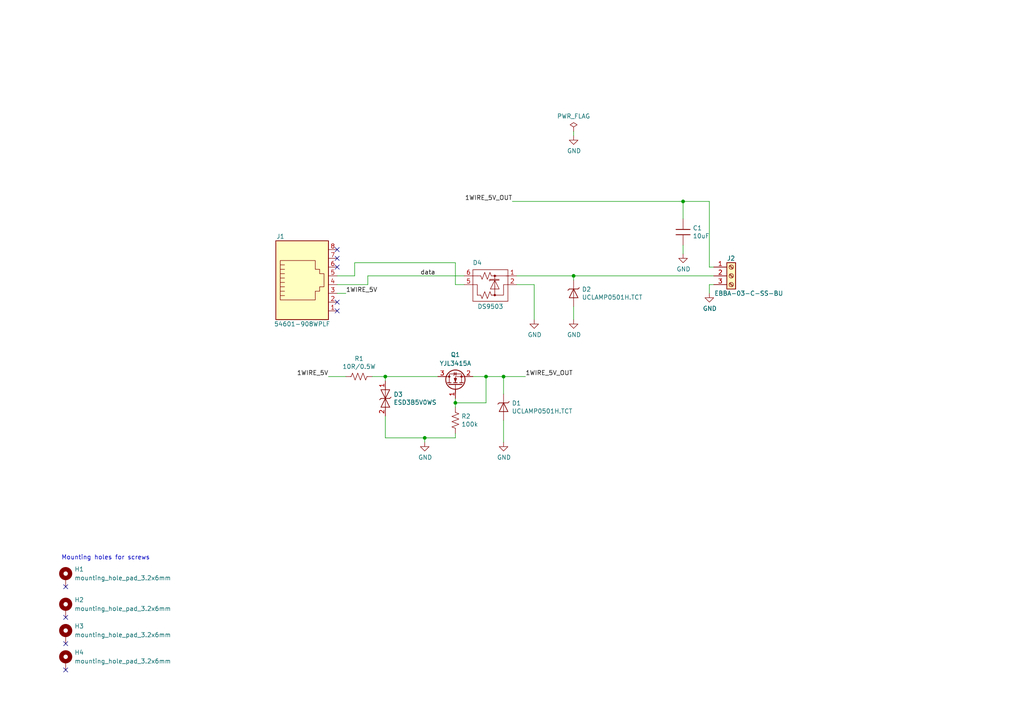
<source format=kicad_sch>
(kicad_sch (version 20230121) (generator eeschema)
  (paper "A4")
  (title_block (title "Connection connector 1-Wire bus") (date "2023-05-26") (rev "v1.0") (company "Roman Labovsky (roman-labovsky.cz)"))
  (lib_symbols
    (symbol "capacitor_smd_rl:c_1206" (pin_numbers hide) (pin_names (offset 1.016) hide)
      (property "Reference" "C" (at 0 3.81 0))
      (property "Value" "c_1206" (at 0 -3.81 0))
      (symbol "c_1206_1_1"
        (polyline (pts (xy -0.762 -2.032) (xy -0.762 2.032)) (stroke (width 0.254)))
        (polyline (pts (xy 0.762 -2.032) (xy 0.762 2.032)) (stroke (width 0.254)))
        (pin passive line (at -3.81 0 0) (length 2.8956) (name "~") (number "1"))
        (pin passive line (at 3.81 0 180) (length 2.8956) (name "~") (number "2"))
      )
    )
    (symbol "connector_rj45_tht_rl:54601-908WPLF" (pin_names (offset 1.016))
      (property "Reference" "J" (at -6.35 12.7 0))
      (property "Value" "54601-908WPLF" (at -5.08 -12.7 0))
      (symbol "54601-908WPLF_1_1"
        (polyline (pts (xy -5.08 3.175) (xy -6.35 3.175)))
        (polyline (pts (xy -5.08 4.445) (xy -6.35 4.445)))
        (polyline (pts (xy -6.35 -4.445) (xy -5.08 -4.445) (xy -5.08 -4.445)))
        (polyline (pts (xy -6.35 -3.175) (xy -5.08 -3.175) (xy -5.08 -3.175)))
        (polyline (pts (xy -6.35 -1.905) (xy -5.08 -1.905) (xy -5.08 -1.905)))
        (polyline (pts (xy -6.35 -0.635) (xy -5.08 -0.635) (xy -5.08 -0.635)))
        (polyline (pts (xy -6.35 0.635) (xy -5.08 0.635) (xy -5.08 0.635)))
        (polyline (pts (xy -5.08 1.905) (xy -6.35 1.905) (xy -6.35 1.905)))
        (polyline (pts (xy -6.35 -5.715) (xy -6.35 5.715) (xy 3.81 5.715) (xy 3.81 3.175) (xy 5.08 3.175) (xy 5.08 1.905) (xy 6.35 1.905) (xy 6.35 -1.905) (xy 5.08 -1.905) (xy 5.08 -3.175) (xy 3.81 -3.175) (xy 3.81 -5.715) (xy -6.35 -5.715) (xy -6.35 -5.715)))
        (rectangle (start 7.62 11.43) (end -7.62 -11.43) (stroke (width 0.254)) (fill (type background)))
        (pin passive line (at 10.16 -8.89 180) (length 2.54) (name "~") (number "1"))
        (pin passive line (at 10.16 -6.35 180) (length 2.54) (name "~") (number "2"))
        (pin passive line (at 10.16 -3.81 180) (length 2.54) (name "~") (number "3"))
        (pin passive line (at 10.16 -1.27 180) (length 2.54) (name "~") (number "4"))
        (pin passive line (at 10.16 1.27 180) (length 2.54) (name "~") (number "5"))
        (pin passive line (at 10.16 3.81 180) (length 2.54) (name "~") (number "6"))
        (pin passive line (at 10.16 6.35 180) (length 2.54) (name "~") (number "7"))
        (pin passive line (at 10.16 8.89 180) (length 2.54) (name "~") (number "8"))
      )
    )
    (symbol "mounting_hole_pad_rl:mounting_hole_pad_3.2x6mm" (pin_numbers hide) (pin_names (offset 1.016) hide) (in_bom no)
      (property "Reference" "H" (at 0 2.54 0))
      (property "Value" "mounting_hole_pad_3.2x6mm" (at 16.51 0 0))
      (symbol "mounting_hole_pad_3.2x6mm_1_1"
        (circle (center 0 0) (radius 1.27) (stroke (width 1.27)))
        (pin input line (at 0 -3.81 90) (length 2.54) (name "1") (number "1"))
      )
    )
    (symbol "power:GND" (power) (pin_names (offset 0))
      (property "Value" "GND" (at 0 -3.81 0))
      (symbol "GND_0_1"
        (polyline (pts (xy 0 0) (xy 0 -1.27) (xy 1.27 -1.27) (xy 0 -2.54) (xy -1.27 -1.27) (xy 0 -1.27)))
      )
      (symbol "GND_1_1"
        (pin power_in line (at 0 0 270) (length 0) hide (name "GND") (number "1"))
      )
    )
    (symbol "power:PWR_FLAG" (power) (pin_numbers hide) (pin_names (offset 0) hide)
      (property "Value" "PWR_FLAG" (at 0 3.81 0))
      (symbol "PWR_FLAG_0_0"
        (pin power_out line (at 0 0 90) (length 0) (name "pwr") (number "1"))
      )
      (symbol "PWR_FLAG_0_1"
        (polyline (pts (xy 0 0) (xy 0 1.27) (xy -1.016 1.905) (xy 0 2.54) (xy 1.016 1.905) (xy 0 1.27)))
      )
    )
    (symbol "resistor_smd_rl:r_1206_us" (pin_numbers hide) (pin_names hide)
      (property "Reference" "R" (at 0 2.032 0))
      (property "Value" "resistor_us" (at 0 -2.54 0))
      (symbol "r_1206_us_1_1"
        (polyline (pts (xy -2.286 0) (xy -2.54 0)))
        (polyline (pts (xy 2.286 0) (xy 2.54 0)))
        (polyline (pts (xy -2.286 0) (xy -1.905 1.016) (xy -1.524 0) (xy -1.143 -1.016) (xy -0.762 0)))
        (polyline (pts (xy -0.762 0) (xy -0.381 1.016) (xy 0 0) (xy 0.381 -1.016) (xy 0.762 0)))
        (polyline (pts (xy 0.762 0) (xy 1.143 1.016) (xy 1.524 0) (xy 1.905 -1.016) (xy 2.286 0)))
        (pin passive line (at -3.81 0 0) (length 1.27) (name "~") (number "1"))
        (pin passive line (at 3.81 0 180) (length 1.27) (name "~") (number "2"))
      )
    )
    (symbol "terminal_block_tht_rl:EBBA-03-C-SS-BU" (pin_names (offset 1.016) hide)
      (property "Reference" "J" (at 0 5.08 0))
      (property "Value" "EBBA-03-C-SS-BU" (at 0 -5.08 0))
      (symbol "EBBA-03-C-SS-BU_1_1"
        (rectangle (start -1.27 3.81) (end 1.27 -3.81) (stroke (width 0.254)) (fill (type background)))
        (circle (center 0 -2.54) (radius 0.635) (stroke (width 0.1524)))
        (polyline (pts (xy -0.5334 -2.2098) (xy 0.3302 -3.048)) (stroke (width 0.1524)))
        (polyline (pts (xy -0.5334 0.3302) (xy 0.3302 -0.508)) (stroke (width 0.1524)))
        (polyline (pts (xy -0.5334 2.8702) (xy 0.3302 2.032)) (stroke (width 0.1524)))
        (polyline (pts (xy -0.3556 -2.032) (xy 0.508 -2.8702)) (stroke (width 0.1524)))
        (polyline (pts (xy -0.3556 0.508) (xy 0.508 -0.3302)) (stroke (width 0.1524)))
        (polyline (pts (xy -0.3556 3.048) (xy 0.508 2.2098)) (stroke (width 0.1524)))
        (circle (center 0 0) (radius 0.635) (stroke (width 0.1524)))
        (circle (center 0 2.54) (radius 0.635) (stroke (width 0.1524)))
        (pin passive line (at -5.08 2.54 0) (length 3.81) (name "Pin_1") (number "1"))
        (pin passive line (at -5.08 0 0) (length 3.81) (name "Pin_2") (number "2"))
        (pin passive line (at -5.08 -2.54 0) (length 3.81) (name "Pin_3") (number "3"))
      )
    )
    (symbol "transil_diode_smd_rl:DS9503_us" (pin_names (offset 1.016) hide)
      (property "Reference" "D" (at -4.572 5.334 0))
      (property "Value" "DS9503_us" (at -0.254 -6.35 0))
      (symbol "DS9503_us_0_0"
        (pin no_connect line (at -7.62 -2.54 0) (length 2.54) hide (name "~") (number "3"))
        (pin no_connect line (at 7.62 -2.54 180) (length 2.54) hide (name "~") (number "4"))
        (pin passive line (at 7.62 0 180) (length 2.54) (name "A") (number "5"))
        (pin passive line (at 7.62 2.54 180) (length 2.54) (name "K") (number "6"))
      )
      (symbol "DS9503_us_0_1"
        (circle (center -1.27 -3.048) (radius 0.254) (fill (type outline)))
        (circle (center -1.27 2.54) (radius 0.254) (fill (type outline)))
        (polyline (pts (xy -5.334 2.54) (xy -4.572 2.54)))
        (polyline (pts (xy -5.08 -4.826) (xy -5.08 4.318)))
        (polyline (pts (xy -2.54 1.524) (xy 0 1.524)))
        (polyline (pts (xy -1.27 2.54) (xy -4.826 2.54)))
        (polyline (pts (xy -1.27 2.54) (xy -1.27 1.524)))
        (polyline (pts (xy -1.27 2.54) (xy -1.27 2.54)) (stroke (width 0.2032)))
        (polyline (pts (xy -1.27 2.54) (xy -1.27 2.54)) (stroke (width 0.2032)))
        (polyline (pts (xy -0.508 -3.048) (xy -0.254 -3.048)))
        (polyline (pts (xy -0.254 2.54) (xy -1.778 2.54)))
        (polyline (pts (xy 0 1.27) (xy 0.254 1.016)))
        (polyline (pts (xy 2.794 -3.048) (xy 3.81 -3.048)))
        (polyline (pts (xy 2.794 2.54) (xy 3.81 2.54)))
        (polyline (pts (xy 3.81 2.54) (xy 5.08 2.54)))
        (polyline (pts (xy 5.08 -4.826) (xy -5.08 -4.826)))
        (polyline (pts (xy 5.08 -4.826) (xy 5.08 4.318)))
        (polyline (pts (xy 0 1.524) (xy 0.127 1.524) (xy 0.381 1.27)))
        (polyline (pts (xy 3.81 -3.048) (xy 3.81 0) (xy 5.08 0)))
        (polyline (pts (xy -1.27 -0.508) (xy -1.27 -3.048) (xy -1.016 -3.048) (xy -0.508 -3.048)))
        (polyline (pts (xy -1.27 -3.048) (xy -2.032 -3.048) (xy -3.81 -3.048) (xy -3.81 0) (xy -5.08 0)))
        (rectangle (start 5.08 4.318) (end -5.08 4.318))
      )
      (symbol "DS9503_us_1_1"
        (polyline (pts (xy -1.27 -1.27) (xy -1.27 1.27)))
        (polyline (pts (xy 0 1.27) (xy -2.54 1.27)))
        (polyline (pts (xy 0 -1.27) (xy -2.54 -1.27) (xy -1.27 1.27) (xy 0 -1.27)))
        (polyline (pts (xy -0.254 -3.048) (xy 0.127 -2.032) (xy 0.508 -3.048) (xy 0.889 -4.064) (xy 1.27 -3.048)))
        (polyline (pts (xy -0.254 2.54) (xy 0.127 3.556) (xy 0.508 2.54) (xy 0.889 1.524) (xy 1.27 2.54)))
        (polyline (pts (xy 1.27 -3.048) (xy 1.651 -2.032) (xy 2.032 -3.048) (xy 2.413 -4.064) (xy 2.794 -3.048)))
        (polyline (pts (xy 1.27 2.54) (xy 1.651 3.556) (xy 2.032 2.54) (xy 2.413 1.524) (xy 2.794 2.54)))
        (pin passive line (at -7.62 2.54 0) (length 2.54) (name "K") (number "1"))
        (pin passive line (at -7.62 0 0) (length 2.54) (name "A") (number "2"))
      )
    )
    (symbol "transil_diode_smd_rl:ESD3B5V0WS" (pin_names (offset 1.016) hide)
      (property "Reference" "D" (at -2.54 3.81 0))
      (property "Value" "ESD3B5V0WS" (at -7.62 0 0))
      (symbol "ESD3B5V0WS_1_1"
        (polyline (pts (xy -1.27 1.27) (xy -1.651 0.889)) (stroke (width 0.2032)))
        (polyline (pts (xy 0 -1.27) (xy 0 1.27)))
        (polyline (pts (xy 0 3.81) (xy 0 1.27)))
        (polyline (pts (xy 1.27 1.27) (xy -1.27 1.27)) (stroke (width 0.2032)))
        (polyline (pts (xy 1.27 1.27) (xy 1.651 1.651)) (stroke (width 0.2032)))
        (polyline (pts (xy -1.27 3.81) (xy 1.27 3.81) (xy 0 1.27) (xy -1.27 3.81)) (stroke (width 0.2032)))
        (polyline (pts (xy 1.27 -1.27) (xy -1.27 -1.27) (xy 0 1.27) (xy 1.27 -1.27)) (stroke (width 0.2032)))
        (pin passive line (at 0 6.35 270) (length 2.54) (name "A1") (number "1"))
        (pin passive line (at 0 -3.81 90) (length 2.54) (name "A2") (number "2"))
      )
    )
    (symbol "transil_diode_smd_rl:UCLAMP0501H.TCT" (pin_numbers hide) (pin_names (offset 1.016) hide)
      (property "Reference" "D" (at 1.27 3.81 0))
      (property "Value" "UCLAMP0501H.TCT" (at 8.89 -2.54 0))
      (symbol "UCLAMP0501H.TCT_0_1"
        (polyline (pts (xy -1.27 1.27) (xy -1.651 0.889)) (stroke (width 0.2032)))
        (polyline (pts (xy 1.27 1.27) (xy 1.651 1.651)) (stroke (width 0.2032)))
      )
      (symbol "UCLAMP0501H.TCT_1_1"
        (polyline (pts (xy 0 -1.27) (xy 0 1.27)))
        (polyline (pts (xy 1.27 1.27) (xy -1.27 1.27)) (stroke (width 0.2032)))
        (polyline (pts (xy 1.27 -1.27) (xy -1.27 -1.27) (xy 0 1.27) (xy 1.27 -1.27)) (stroke (width 0.2032)))
        (pin passive line (at 0 3.81 270) (length 2.54) (name "K") (number "1"))
        (pin passive line (at 0 -3.81 90) (length 2.54) (name "A") (number "2"))
      )
    )
    (symbol "unipolar_transistor_smd_rl:YJL3415A" (pin_names hide)
      (property "Reference" "Q" (at 1.27 3.81 0))
      (property "Value" "YJL3415A" (at 5.08 -3.81 0))
      (symbol "YJL3415A_1_1"
        (circle (center -0.889 0) (radius 2.794) (stroke (width 0.254)))
        (circle (center 0 -1.778) (radius 0.254) (fill (type outline)))
        (polyline (pts (xy -2.286 0) (xy -5.08 0)))
        (polyline (pts (xy -2.286 1.905) (xy -2.286 -1.905)) (stroke (width 0.254)))
        (polyline (pts (xy -1.778 -1.27) (xy -1.778 -2.286)) (stroke (width 0.254)))
        (polyline (pts (xy -1.778 0.508) (xy -1.778 -0.508)) (stroke (width 0.254)))
        (polyline (pts (xy -1.778 2.286) (xy -1.778 1.27)) (stroke (width 0.254)))
        (polyline (pts (xy 0 2.54) (xy 0 1.778)))
        (polyline (pts (xy 0 -2.54) (xy 0 0) (xy -1.778 0)))
        (polyline (pts (xy -1.778 -1.778) (xy 0.762 -1.778) (xy 0.762 1.778) (xy -1.778 1.778)))
        (polyline (pts (xy -1.524 0) (xy -0.508 0.381) (xy -0.508 -0.381) (xy -1.524 0)) (fill (type outline)))
        (polyline (pts (xy 0.254 0.508) (xy 0.381 0.381) (xy 1.143 0.381) (xy 1.27 0.254)))
        (polyline (pts (xy 0.762 0.381) (xy 0.381 -0.254) (xy 1.143 -0.254) (xy 0.762 0.381)))
        (circle (center 0 1.778) (radius 0.254) (fill (type outline)))
        (pin input line (at -6.35 0 0) (length 2.54) (name "G") (number "1"))
        (pin passive line (at 0 -5.08 90) (length 2.54) (name "S") (number "2"))
        (pin passive line (at 0 5.08 270) (length 2.54) (name "D") (number "3"))
      )
    )
  )
  (junction (at 146.05 109.22))
  (junction (at 198.12 58.42))
  (junction (at 111.76 109.22))
  (junction (at 123.19 127))
  (junction (at 132.08 116.84))
  (junction (at 140.97 109.22))
  (junction (at 166.37 80.01))
  (no_connect (at 19.05 194.31))
  (no_connect (at 19.05 186.69))
  (no_connect (at 19.05 179.07))
  (no_connect (at 97.79 77.47))
  (no_connect (at 97.79 87.63))
  (no_connect (at 97.79 72.39))
  (no_connect (at 97.79 74.93))
  (no_connect (at 19.05 170.18))
  (no_connect (at 97.79 90.17))
  (wire (pts (xy 166.37 88.9) (xy 166.37 92.71)))
  (wire (pts (xy 198.12 73.66) (xy 198.12 71.12)))
  (wire (pts (xy 97.79 80.01) (xy 102.87 80.01)))
  (wire (pts (xy 205.74 58.42) (xy 205.74 77.47)))
  (wire (pts (xy 207.01 77.47) (xy 205.74 77.47)))
  (wire (pts (xy 100.33 109.22) (xy 95.25 109.22)))
  (wire (pts (xy 123.19 127) (xy 132.08 127)))
  (wire (pts (xy 106.68 80.01) (xy 106.68 82.55)))
  (wire (pts (xy 166.37 80.01) (xy 207.01 80.01)))
  (wire (pts (xy 140.97 109.22) (xy 137.16 109.22)))
  (wire (pts (xy 166.37 38.1) (xy 166.37 39.37)))
  (wire (pts (xy 149.86 82.55) (xy 154.94 82.55)))
  (wire (pts (xy 132.08 116.84) (xy 140.97 116.84)))
  (wire (pts (xy 198.12 63.5) (xy 198.12 58.42)))
  (wire (pts (xy 198.12 58.42) (xy 205.74 58.42)))
  (wire (pts (xy 146.05 109.22) (xy 152.4 109.22)))
  (wire (pts (xy 149.86 80.01) (xy 166.37 80.01)))
  (wire (pts (xy 97.79 85.09) (xy 100.33 85.09)))
  (wire (pts (xy 140.97 109.22) (xy 146.05 109.22)))
  (wire (pts (xy 132.08 76.2) (xy 132.08 82.55)))
  (wire (pts (xy 132.08 127) (xy 132.08 125.73)))
  (wire (pts (xy 146.05 114.3) (xy 146.05 109.22)))
  (wire (pts (xy 140.97 116.84) (xy 140.97 109.22)))
  (wire (pts (xy 132.08 82.55) (xy 134.62 82.55)))
  (wire (pts (xy 102.87 80.01) (xy 102.87 76.2)))
  (wire (pts (xy 107.95 109.22) (xy 111.76 109.22)))
  (wire (pts (xy 132.08 76.2) (xy 102.87 76.2)))
  (wire (pts (xy 132.08 116.84) (xy 132.08 115.57)))
  (wire (pts (xy 123.19 128.27) (xy 123.19 127)))
  (wire (pts (xy 154.94 82.55) (xy 154.94 92.71)))
  (wire (pts (xy 106.68 80.01) (xy 134.62 80.01)))
  (wire (pts (xy 205.74 82.55) (xy 205.74 85.09)))
  (wire (pts (xy 97.79 82.55) (xy 106.68 82.55)))
  (wire (pts (xy 111.76 110.49) (xy 111.76 109.22)))
  (wire (pts (xy 111.76 109.22) (xy 127 109.22)))
  (wire (pts (xy 111.76 127) (xy 123.19 127)))
  (wire (pts (xy 146.05 128.27) (xy 146.05 121.92)))
  (wire (pts (xy 111.76 120.65) (xy 111.76 127)))
  (wire (pts (xy 166.37 81.28) (xy 166.37 80.01)))
  (wire (pts (xy 132.08 118.11) (xy 132.08 116.84)))
  (wire (pts (xy 207.01 82.55) (xy 205.74 82.55)))
  (wire (pts (xy 148.59 58.42) (xy 198.12 58.42)))
  (text "Mounting holes for screws" (at 17.78 162.56 0) (effects (font (size 1.27 1.27)) (justify left bottom)))
  (label "data" (at 121.92 80.01 0))
  (label "1WIRE_5V" (at 95.25 109.22 180))
  (label "1WIRE_5V_OUT" (at 152.4 109.22 0))
  (label "1WIRE_5V" (at 100.33 85.09 0))
  (label "1WIRE_5V_OUT" (at 148.59 58.42 180))
  (symbol (lib_id "power:GND") (at 166.37 92.71 0) (unit 1)
    (property "Reference" "#PWR04" (effects hide))
    (property "Value" "GND" (at 166.497 97.1042 0))
  )
  (symbol (lib_id "connector_rj45_tht_rl:54601-908WPLF") (at 87.63 81.28 0) (unit 1)
    (property "Reference" "J1" (at 82.55 68.58 0) (effects (justify right)))
    (property "Value" "54601-908WPLF" (at 87.63 93.98 0))
    (property "Footprint" "connector_rl:rj45_54601-908WPLF" (effects hide))
    (property "Datasheet" "https://cdn.amphenol-cs.com/media/wysiwyg/files/drawing/c-bmj-0051.pdf" (effects hide))
  )
  (symbol (lib_id "terminal_block_tht_rl:EBBA-03-C-SS-BU") (at 212.09 80.01 0) (unit 1)
    (property "Reference" "J2" (at 210.82 74.93 0) (effects (justify left)))
    (property "Value" "EBBA-03-C-SS-BU" (at 217.17 85.09 0))
    (property "Footprint" "terminal_block_tht_rl:EBBA-03-C-SS-BU" (effects hide))
    (property "Datasheet" "https://app.adam-tech.com/products/download/data_sheet/204164/ebba-xx-c-ss-bu-data-sheet.pdf" (effects hide))
  )
  (symbol (lib_id "power:GND") (at 205.74 85.09 0) (unit 1)
    (property "Reference" "#PWR07" (effects hide))
    (property "Value" "GND" (at 205.867 89.4842 0))
  )
  (symbol (lib_id "power:GND") (at 146.05 128.27 0) (unit 1)
    (property "Reference" "#PWR03" (effects hide))
    (property "Value" "GND" (at 146.177 132.6642 0))
  )
  (symbol (lib_id "capacitor_smd_rl:c_1206") (at 198.12 67.31 270) (unit 1)
    (property "Reference" "C1" (at 200.914 66.1416 90) (effects (justify left)))
    (property "Value" "10uF" (at 200.914 68.453 90) (effects (justify left)))
    (property "Footprint" "capacitor_smd_rl:c_1206" (effects hide))
  )
  (symbol (lib_id "power:GND") (at 198.12 73.66 0) (unit 1)
    (property "Reference" "#PWR0101" (effects hide))
    (property "Value" "GND" (at 198.247 78.0542 0))
  )
  (symbol (lib_id "transil_diode_smd_rl:UCLAMP0501H.TCT") (at 146.05 118.11 0) (unit 1)
    (property "Reference" "D1" (at 148.4376 116.9416 0) (effects (justify left)))
    (property "Value" "UCLAMP0501H.TCT" (at 148.4376 119.253 0) (effects (justify left)))
    (property "Footprint" "package_sod_rl:sod_523" (effects hide))
    (property "Datasheet" "https://semtech.my.salesforce.com/sfc/p/#E0000000JelG/a/44000000MCOu/TAxz.g3b9Kc3zALQPNaVYTri83_DHtuxXaYryd8B43M" (effects hide))
  )
  (symbol (lib_id "transil_diode_smd_rl:UCLAMP0501H.TCT") (at 166.37 85.09 0) (unit 1)
    (property "Reference" "D2" (at 168.7576 83.9216 0) (effects (justify left)))
    (property "Value" "UCLAMP0501H.TCT" (at 168.7576 86.233 0) (effects (justify left)))
    (property "Footprint" "package_sod_rl:sod_523" (effects hide))
    (property "Datasheet" "https://semtech.my.salesforce.com/sfc/p/#E0000000JelG/a/44000000MCOu/TAxz.g3b9Kc3zALQPNaVYTri83_DHtuxXaYryd8B43M" (effects hide))
  )
  (symbol (lib_id "transil_diode_smd_rl:DS9503_us") (at 142.24 82.55 0) (mirror y) (unit 1)
    (property "Reference" "D4" (at 138.43 76.2 0))
    (property "Value" "DS9503" (at 142.24 88.9 0))
    (property "Footprint" "package_tsoc_rl:tsoc_6" (effects hide))
    (property "Datasheet" "https://datasheets.maximintegrated.com/en/ds/DS9503.pdf" (effects hide))
  )
  (symbol (lib_id "power:GND") (at 154.94 92.71 0) (unit 1)
    (property "Reference" "#PWR0104" (effects hide))
    (property "Value" "GND" (at 155.067 97.1042 0))
  )
  (symbol (lib_id "power:GND") (at 166.37 39.37 0) (unit 1)
    (property "Reference" "#PWR0102" (effects hide))
    (property "Value" "GND" (at 166.497 43.7642 0))
  )
  (symbol (lib_id "power:PWR_FLAG") (at 166.37 38.1 0) (unit 1)
    (property "Reference" "#FLG0102" (effects hide))
    (property "Value" "PWR_FLAG" (at 166.37 33.7058 0))
  )
  (symbol (lib_id "unipolar_transistor_smd_rl:YJL3415A") (at 132.08 109.22 90) (unit 1)
    (property "Reference" "Q1" (at 132.08 102.87 90))
    (property "Value" "YJL3415A" (at 132.08 105.41 90))
    (property "Footprint" "package_sot_rl:sot_23" (effects hide))
    (property "Datasheet" "https://www.alldatasheet.com/datasheet-pdf/pdf/1241842/YANGJIE/YJL3415A.html" (effects hide))
  )
  (symbol (lib_id "resistor_smd_rl:r_1206_us") (at 132.08 121.92 90) (unit 1)
    (property "Reference" "R2" (at 133.8072 120.7516 90) (effects (justify right)))
    (property "Value" "100k" (at 133.8072 123.063 90) (effects (justify right)))
    (property "Footprint" "resistor_smd_rl:r_1206" (effects hide))
  )
  (symbol (lib_id "transil_diode_smd_rl:ESD3B5V0WS") (at 111.76 116.84 0) (unit 1)
    (property "Reference" "D3" (at 114.1476 114.4016 0) (effects (justify left)))
    (property "Value" "ESD3B5V0WS" (at 114.1476 116.713 0) (effects (justify left)))
    (property "Footprint" "package_sod_rl:sod_323" (effects hide))
    (property "Datasheet" "https://diotec.com/request/datasheet/esd3b5v0ws.pdf" (effects hide))
  )
  (symbol (lib_id "power:GND") (at 123.19 128.27 0) (unit 1)
    (property "Reference" "#PWR0103" (effects hide))
    (property "Value" "GND" (at 123.317 132.6642 0))
  )
  (symbol (lib_id "resistor_smd_rl:r_1206_us") (at 104.14 109.22 0) (unit 1)
    (property "Reference" "R1" (at 104.14 104.013 0))
    (property "Value" "10R/0.5W" (at 104.14 106.3244 0))
    (property "Footprint" "resistor_smd_rl:r_1206" (effects hide))
  )
  (symbol (lib_id "mounting_hole_pad_rl:mounting_hole_pad_3.2x6mm") (at 19.05 190.5 0) (unit 1) (in_bom no)
    (property "Reference" "H4" (at 21.59 189.23 0) (effects (justify left)))
    (property "Value" "mounting_hole_pad_3.2x6mm" (at 21.59 191.77 0) (effects (justify left)))
    (property "Footprint" "mounting_hole_pad_rl:mounting_hole_pad_3.2x6mm" (effects hide))
  )
  (symbol (lib_id "mounting_hole_pad_rl:mounting_hole_pad_3.2x6mm") (at 19.05 182.88 0) (unit 1) (in_bom no)
    (property "Reference" "H3" (at 21.59 181.61 0) (effects (justify left)))
    (property "Value" "mounting_hole_pad_3.2x6mm" (at 21.59 184.15 0) (effects (justify left)))
    (property "Footprint" "mounting_hole_pad_rl:mounting_hole_pad_3.2x6mm" (effects hide))
  )
  (symbol (lib_id "mounting_hole_pad_rl:mounting_hole_pad_3.2x6mm") (at 19.05 166.37 0) (unit 1) (in_bom no)
    (property "Reference" "H1" (at 21.59 165.1 0) (effects (justify left)))
    (property "Value" "mounting_hole_pad_3.2x6mm" (at 21.59 167.64 0) (effects (justify left)))
    (property "Footprint" "mounting_hole_pad_rl:mounting_hole_pad_3.2x6mm" (effects hide))
  )
  (symbol (lib_id "mounting_hole_pad_rl:mounting_hole_pad_3.2x6mm") (at 19.05 175.26 0) (unit 1) (in_bom no)
    (property "Reference" "H2" (at 21.59 173.99 0) (effects (justify left)))
    (property "Value" "mounting_hole_pad_3.2x6mm" (at 21.59 176.53 0) (effects (justify left)))
    (property "Footprint" "mounting_hole_pad_rl:mounting_hole_pad_3.2x6mm" (effects hide))
  )
)
</source>
